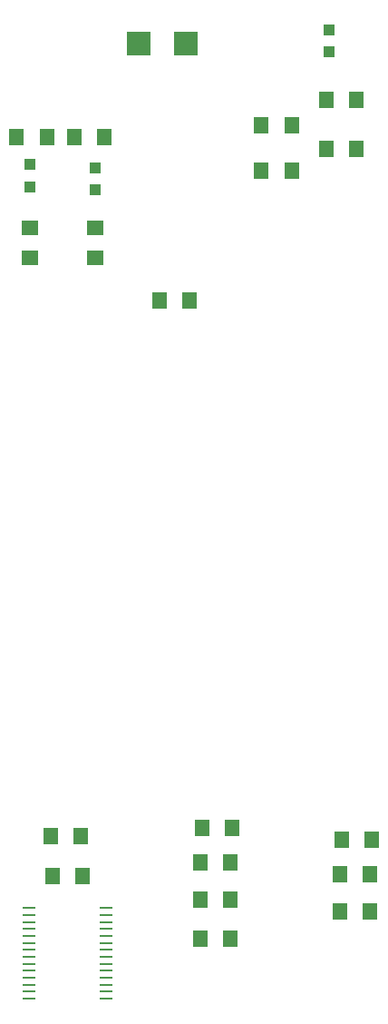
<source format=gbr>
G04 DipTrace 4.0.0.3*
G04 TopPaste.gbr*
%MOIN*%
G04 #@! TF.FileFunction,Paste,Top*
G04 #@! TF.Part,Single*
%ADD74R,0.062992X0.055118*%
%ADD81R,0.03937X0.03937*%
%ADD83R,0.051181X0.007874*%
%ADD89R,0.086614X0.086614*%
%ADD91R,0.055118X0.062992*%
%FSLAX26Y26*%
G04*
G70*
G90*
G75*
G01*
G04 TopPaste*
%LPD*%
D91*
X1624310Y4200591D3*
X1734546D3*
X1861810Y4113092D3*
X1972046D3*
X855560Y1444341D3*
X965797D3*
X1249310Y3556841D3*
X1359546D3*
X1399310Y1356841D3*
X1509546D3*
X1399310Y1213092D3*
X1509546D3*
X1911810Y1450591D3*
X2022046D3*
X1399310Y1494341D3*
X1509546D3*
X1911810Y1313092D3*
X2022046D3*
D89*
X1174311Y4500591D3*
X1347539D3*
D91*
X1624310Y4031844D3*
X1734546D3*
D83*
X768060Y1325591D3*
Y1300000D3*
Y1274409D3*
Y1248819D3*
Y1223228D3*
Y1197638D3*
Y1172047D3*
Y1146457D3*
Y1120866D3*
Y1095276D3*
Y1069685D3*
Y1044094D3*
Y1018504D3*
Y992913D3*
X1053493D3*
Y1018504D3*
Y1044094D3*
Y1069685D3*
Y1095276D3*
Y1120866D3*
Y1146457D3*
Y1172047D3*
Y1197638D3*
Y1223228D3*
Y1248819D3*
Y1274409D3*
Y1300000D3*
Y1325591D3*
D81*
X1874311Y4550592D3*
Y4467915D3*
D91*
X1405560Y1619341D3*
X1515797D3*
X936810Y4156841D3*
X1047046D3*
D74*
X774311Y3713091D3*
Y3823327D3*
X1011811Y3713091D3*
Y3823327D3*
D91*
X724310Y4156841D3*
X834546D3*
X849310Y1588092D3*
X959546D3*
X1918060Y1575591D3*
X2028297D3*
X1861810Y4294341D3*
X1972046D3*
D81*
X1011811Y4044341D3*
Y3961664D3*
X774311Y4056841D3*
Y3974164D3*
M02*

</source>
